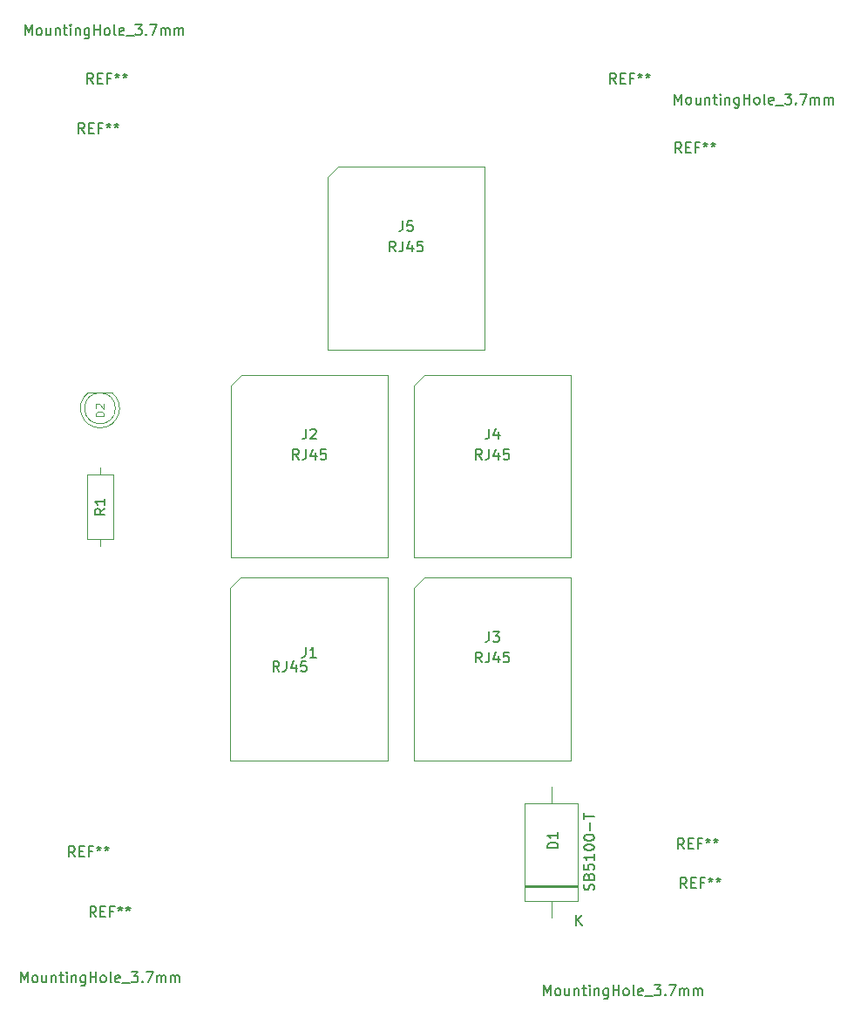
<source format=gbr>
G04 #@! TF.GenerationSoftware,KiCad,Pcbnew,(5.1.5)-3*
G04 #@! TF.CreationDate,2020-04-27T22:49:15-04:00*
G04 #@! TF.ProjectId,Pwr_Diff_Breakout,5077725f-4469-4666-965f-427265616b6f,v1*
G04 #@! TF.SameCoordinates,Original*
G04 #@! TF.FileFunction,Other,Fab,Top*
%FSLAX46Y46*%
G04 Gerber Fmt 4.6, Leading zero omitted, Abs format (unit mm)*
G04 Created by KiCad (PCBNEW (5.1.5)-3) date 2020-04-27 22:49:15*
%MOMM*%
%LPD*%
G04 APERTURE LIST*
%ADD10C,0.120000*%
%ADD11C,0.100000*%
%ADD12C,0.150000*%
G04 APERTURE END LIST*
D10*
X98124000Y-78069800D02*
X99124000Y-77069800D01*
X99124000Y-77069800D02*
X113424000Y-77069800D01*
X113424000Y-77069800D02*
X113424000Y-94809800D01*
X113424000Y-94809800D02*
X98124000Y-94809800D01*
X98124000Y-94809800D02*
X98124000Y-78069800D01*
X88726000Y-98262800D02*
X89726000Y-97262800D01*
X89726000Y-97262800D02*
X104026000Y-97262800D01*
X104026000Y-97262800D02*
X104026000Y-115002800D01*
X104026000Y-115002800D02*
X88726000Y-115002800D01*
X88726000Y-115002800D02*
X88726000Y-98262800D01*
X88696000Y-117947800D02*
X89696000Y-116947800D01*
X89696000Y-116947800D02*
X103996000Y-116947800D01*
X103996000Y-116947800D02*
X103996000Y-134687800D01*
X103996000Y-134687800D02*
X88696000Y-134687800D01*
X88696000Y-134687800D02*
X88696000Y-117947800D01*
X106506000Y-117947800D02*
X107506000Y-116947800D01*
X107506000Y-116947800D02*
X121806000Y-116947800D01*
X121806000Y-116947800D02*
X121806000Y-134687800D01*
X121806000Y-134687800D02*
X106506000Y-134687800D01*
X106506000Y-134687800D02*
X106506000Y-117947800D01*
X106506000Y-98262800D02*
X107506000Y-97262800D01*
X107506000Y-97262800D02*
X121806000Y-97262800D01*
X121806000Y-97262800D02*
X121806000Y-115002800D01*
X121806000Y-115002800D02*
X106506000Y-115002800D01*
X106506000Y-115002800D02*
X106506000Y-98262800D01*
D11*
X74863524Y-99002245D02*
G75*
G03X77195190Y-99002800I1165476J-1500555D01*
G01*
X77529000Y-100502800D02*
G75*
G03X77529000Y-100502800I-1500000J0D01*
G01*
X77195190Y-99002800D02*
X74862810Y-99002800D01*
X76049000Y-113882800D02*
X76049000Y-113222800D01*
X76049000Y-106262800D02*
X76049000Y-106922800D01*
X77299000Y-113222800D02*
X77299000Y-106922800D01*
X74799000Y-113222800D02*
X77299000Y-113222800D01*
X74799000Y-106922800D02*
X74799000Y-113222800D01*
X77299000Y-106922800D02*
X74799000Y-106922800D01*
X117271000Y-147002800D02*
X122471000Y-147002800D01*
X117271000Y-146802800D02*
X122471000Y-146802800D01*
X117271000Y-146902800D02*
X122471000Y-146902800D01*
X119871000Y-137227800D02*
X119871000Y-138827800D01*
X119871000Y-149927800D02*
X119871000Y-148327800D01*
X117271000Y-138827800D02*
X117271000Y-148327800D01*
X122471000Y-138827800D02*
X117271000Y-138827800D01*
X122471000Y-148327800D02*
X122471000Y-138827800D01*
X117271000Y-148327800D02*
X122471000Y-148327800D01*
D12*
X73579666Y-144030180D02*
X73246333Y-143553990D01*
X73008238Y-144030180D02*
X73008238Y-143030180D01*
X73389190Y-143030180D01*
X73484428Y-143077800D01*
X73532047Y-143125419D01*
X73579666Y-143220657D01*
X73579666Y-143363514D01*
X73532047Y-143458752D01*
X73484428Y-143506371D01*
X73389190Y-143553990D01*
X73008238Y-143553990D01*
X74008238Y-143506371D02*
X74341571Y-143506371D01*
X74484428Y-144030180D02*
X74008238Y-144030180D01*
X74008238Y-143030180D01*
X74484428Y-143030180D01*
X75246333Y-143506371D02*
X74913000Y-143506371D01*
X74913000Y-144030180D02*
X74913000Y-143030180D01*
X75389190Y-143030180D01*
X75913000Y-143030180D02*
X75913000Y-143268276D01*
X75674904Y-143173038D02*
X75913000Y-143268276D01*
X76151095Y-143173038D01*
X75770142Y-143458752D02*
X75913000Y-143268276D01*
X76055857Y-143458752D01*
X76674904Y-143030180D02*
X76674904Y-143268276D01*
X76436809Y-143173038D02*
X76674904Y-143268276D01*
X76913000Y-143173038D01*
X76532047Y-143458752D02*
X76674904Y-143268276D01*
X76817761Y-143458752D01*
X68365523Y-156222180D02*
X68365523Y-155222180D01*
X68698857Y-155936466D01*
X69032190Y-155222180D01*
X69032190Y-156222180D01*
X69651238Y-156222180D02*
X69556000Y-156174561D01*
X69508380Y-156126942D01*
X69460761Y-156031704D01*
X69460761Y-155745990D01*
X69508380Y-155650752D01*
X69556000Y-155603133D01*
X69651238Y-155555514D01*
X69794095Y-155555514D01*
X69889333Y-155603133D01*
X69936952Y-155650752D01*
X69984571Y-155745990D01*
X69984571Y-156031704D01*
X69936952Y-156126942D01*
X69889333Y-156174561D01*
X69794095Y-156222180D01*
X69651238Y-156222180D01*
X70841714Y-155555514D02*
X70841714Y-156222180D01*
X70413142Y-155555514D02*
X70413142Y-156079323D01*
X70460761Y-156174561D01*
X70556000Y-156222180D01*
X70698857Y-156222180D01*
X70794095Y-156174561D01*
X70841714Y-156126942D01*
X71317904Y-155555514D02*
X71317904Y-156222180D01*
X71317904Y-155650752D02*
X71365523Y-155603133D01*
X71460761Y-155555514D01*
X71603619Y-155555514D01*
X71698857Y-155603133D01*
X71746476Y-155698371D01*
X71746476Y-156222180D01*
X72079809Y-155555514D02*
X72460761Y-155555514D01*
X72222666Y-155222180D02*
X72222666Y-156079323D01*
X72270285Y-156174561D01*
X72365523Y-156222180D01*
X72460761Y-156222180D01*
X72794095Y-156222180D02*
X72794095Y-155555514D01*
X72794095Y-155222180D02*
X72746476Y-155269800D01*
X72794095Y-155317419D01*
X72841714Y-155269800D01*
X72794095Y-155222180D01*
X72794095Y-155317419D01*
X73270285Y-155555514D02*
X73270285Y-156222180D01*
X73270285Y-155650752D02*
X73317904Y-155603133D01*
X73413142Y-155555514D01*
X73556000Y-155555514D01*
X73651238Y-155603133D01*
X73698857Y-155698371D01*
X73698857Y-156222180D01*
X74603619Y-155555514D02*
X74603619Y-156365038D01*
X74556000Y-156460276D01*
X74508380Y-156507895D01*
X74413142Y-156555514D01*
X74270285Y-156555514D01*
X74175047Y-156507895D01*
X74603619Y-156174561D02*
X74508380Y-156222180D01*
X74317904Y-156222180D01*
X74222666Y-156174561D01*
X74175047Y-156126942D01*
X74127428Y-156031704D01*
X74127428Y-155745990D01*
X74175047Y-155650752D01*
X74222666Y-155603133D01*
X74317904Y-155555514D01*
X74508380Y-155555514D01*
X74603619Y-155603133D01*
X75079809Y-156222180D02*
X75079809Y-155222180D01*
X75079809Y-155698371D02*
X75651238Y-155698371D01*
X75651238Y-156222180D02*
X75651238Y-155222180D01*
X76270285Y-156222180D02*
X76175047Y-156174561D01*
X76127428Y-156126942D01*
X76079809Y-156031704D01*
X76079809Y-155745990D01*
X76127428Y-155650752D01*
X76175047Y-155603133D01*
X76270285Y-155555514D01*
X76413142Y-155555514D01*
X76508380Y-155603133D01*
X76556000Y-155650752D01*
X76603619Y-155745990D01*
X76603619Y-156031704D01*
X76556000Y-156126942D01*
X76508380Y-156174561D01*
X76413142Y-156222180D01*
X76270285Y-156222180D01*
X77175047Y-156222180D02*
X77079809Y-156174561D01*
X77032190Y-156079323D01*
X77032190Y-155222180D01*
X77936952Y-156174561D02*
X77841714Y-156222180D01*
X77651238Y-156222180D01*
X77556000Y-156174561D01*
X77508380Y-156079323D01*
X77508380Y-155698371D01*
X77556000Y-155603133D01*
X77651238Y-155555514D01*
X77841714Y-155555514D01*
X77936952Y-155603133D01*
X77984571Y-155698371D01*
X77984571Y-155793609D01*
X77508380Y-155888847D01*
X78175047Y-156317419D02*
X78936952Y-156317419D01*
X79079809Y-155222180D02*
X79698857Y-155222180D01*
X79365523Y-155603133D01*
X79508380Y-155603133D01*
X79603619Y-155650752D01*
X79651238Y-155698371D01*
X79698857Y-155793609D01*
X79698857Y-156031704D01*
X79651238Y-156126942D01*
X79603619Y-156174561D01*
X79508380Y-156222180D01*
X79222666Y-156222180D01*
X79127428Y-156174561D01*
X79079809Y-156126942D01*
X80127428Y-156126942D02*
X80175047Y-156174561D01*
X80127428Y-156222180D01*
X80079809Y-156174561D01*
X80127428Y-156126942D01*
X80127428Y-156222180D01*
X80508380Y-155222180D02*
X81175047Y-155222180D01*
X80746476Y-156222180D01*
X81555999Y-156222180D02*
X81555999Y-155555514D01*
X81555999Y-155650752D02*
X81603619Y-155603133D01*
X81698857Y-155555514D01*
X81841714Y-155555514D01*
X81936952Y-155603133D01*
X81984571Y-155698371D01*
X81984571Y-156222180D01*
X81984571Y-155698371D02*
X82032190Y-155603133D01*
X82127428Y-155555514D01*
X82270285Y-155555514D01*
X82365523Y-155603133D01*
X82413142Y-155698371D01*
X82413142Y-156222180D01*
X82889333Y-156222180D02*
X82889333Y-155555514D01*
X82889333Y-155650752D02*
X82936952Y-155603133D01*
X83032190Y-155555514D01*
X83175047Y-155555514D01*
X83270285Y-155603133D01*
X83317904Y-155698371D01*
X83317904Y-156222180D01*
X83317904Y-155698371D02*
X83365523Y-155603133D01*
X83460761Y-155555514D01*
X83603619Y-155555514D01*
X83698857Y-155603133D01*
X83746476Y-155698371D01*
X83746476Y-156222180D01*
X75657666Y-149872180D02*
X75324333Y-149395990D01*
X75086238Y-149872180D02*
X75086238Y-148872180D01*
X75467190Y-148872180D01*
X75562428Y-148919800D01*
X75610047Y-148967419D01*
X75657666Y-149062657D01*
X75657666Y-149205514D01*
X75610047Y-149300752D01*
X75562428Y-149348371D01*
X75467190Y-149395990D01*
X75086238Y-149395990D01*
X76086238Y-149348371D02*
X76419571Y-149348371D01*
X76562428Y-149872180D02*
X76086238Y-149872180D01*
X76086238Y-148872180D01*
X76562428Y-148872180D01*
X77324333Y-149348371D02*
X76991000Y-149348371D01*
X76991000Y-149872180D02*
X76991000Y-148872180D01*
X77467190Y-148872180D01*
X77991000Y-148872180D02*
X77991000Y-149110276D01*
X77752904Y-149015038D02*
X77991000Y-149110276D01*
X78229095Y-149015038D01*
X77848142Y-149300752D02*
X77991000Y-149110276D01*
X78133857Y-149300752D01*
X78752904Y-148872180D02*
X78752904Y-149110276D01*
X78514809Y-149015038D02*
X78752904Y-149110276D01*
X78991000Y-149015038D01*
X78610047Y-149300752D02*
X78752904Y-149110276D01*
X78895761Y-149300752D01*
X104750190Y-85292180D02*
X104416857Y-84815990D01*
X104178761Y-85292180D02*
X104178761Y-84292180D01*
X104559714Y-84292180D01*
X104654952Y-84339800D01*
X104702571Y-84387419D01*
X104750190Y-84482657D01*
X104750190Y-84625514D01*
X104702571Y-84720752D01*
X104654952Y-84768371D01*
X104559714Y-84815990D01*
X104178761Y-84815990D01*
X105464476Y-84292180D02*
X105464476Y-85006466D01*
X105416857Y-85149323D01*
X105321619Y-85244561D01*
X105178761Y-85292180D01*
X105083523Y-85292180D01*
X106369238Y-84625514D02*
X106369238Y-85292180D01*
X106131142Y-84244561D02*
X105893047Y-84958847D01*
X106512095Y-84958847D01*
X107369238Y-84292180D02*
X106893047Y-84292180D01*
X106845428Y-84768371D01*
X106893047Y-84720752D01*
X106988285Y-84673133D01*
X107226380Y-84673133D01*
X107321619Y-84720752D01*
X107369238Y-84768371D01*
X107416857Y-84863609D01*
X107416857Y-85101704D01*
X107369238Y-85196942D01*
X107321619Y-85244561D01*
X107226380Y-85292180D01*
X106988285Y-85292180D01*
X106893047Y-85244561D01*
X106845428Y-85196942D01*
X105440666Y-82292180D02*
X105440666Y-83006466D01*
X105393047Y-83149323D01*
X105297809Y-83244561D01*
X105154952Y-83292180D01*
X105059714Y-83292180D01*
X106393047Y-82292180D02*
X105916857Y-82292180D01*
X105869238Y-82768371D01*
X105916857Y-82720752D01*
X106012095Y-82673133D01*
X106250190Y-82673133D01*
X106345428Y-82720752D01*
X106393047Y-82768371D01*
X106440666Y-82863609D01*
X106440666Y-83101704D01*
X106393047Y-83196942D01*
X106345428Y-83244561D01*
X106250190Y-83292180D01*
X106012095Y-83292180D01*
X105916857Y-83244561D01*
X105869238Y-83196942D01*
X95352190Y-105485180D02*
X95018857Y-105008990D01*
X94780761Y-105485180D02*
X94780761Y-104485180D01*
X95161714Y-104485180D01*
X95256952Y-104532800D01*
X95304571Y-104580419D01*
X95352190Y-104675657D01*
X95352190Y-104818514D01*
X95304571Y-104913752D01*
X95256952Y-104961371D01*
X95161714Y-105008990D01*
X94780761Y-105008990D01*
X96066476Y-104485180D02*
X96066476Y-105199466D01*
X96018857Y-105342323D01*
X95923619Y-105437561D01*
X95780761Y-105485180D01*
X95685523Y-105485180D01*
X96971238Y-104818514D02*
X96971238Y-105485180D01*
X96733142Y-104437561D02*
X96495047Y-105151847D01*
X97114095Y-105151847D01*
X97971238Y-104485180D02*
X97495047Y-104485180D01*
X97447428Y-104961371D01*
X97495047Y-104913752D01*
X97590285Y-104866133D01*
X97828380Y-104866133D01*
X97923619Y-104913752D01*
X97971238Y-104961371D01*
X98018857Y-105056609D01*
X98018857Y-105294704D01*
X97971238Y-105389942D01*
X97923619Y-105437561D01*
X97828380Y-105485180D01*
X97590285Y-105485180D01*
X97495047Y-105437561D01*
X97447428Y-105389942D01*
X96042666Y-102485180D02*
X96042666Y-103199466D01*
X95995047Y-103342323D01*
X95899809Y-103437561D01*
X95756952Y-103485180D01*
X95661714Y-103485180D01*
X96471238Y-102580419D02*
X96518857Y-102532800D01*
X96614095Y-102485180D01*
X96852190Y-102485180D01*
X96947428Y-102532800D01*
X96995047Y-102580419D01*
X97042666Y-102675657D01*
X97042666Y-102770895D01*
X96995047Y-102913752D01*
X96423619Y-103485180D01*
X97042666Y-103485180D01*
X93447190Y-126050180D02*
X93113857Y-125573990D01*
X92875761Y-126050180D02*
X92875761Y-125050180D01*
X93256714Y-125050180D01*
X93351952Y-125097800D01*
X93399571Y-125145419D01*
X93447190Y-125240657D01*
X93447190Y-125383514D01*
X93399571Y-125478752D01*
X93351952Y-125526371D01*
X93256714Y-125573990D01*
X92875761Y-125573990D01*
X94161476Y-125050180D02*
X94161476Y-125764466D01*
X94113857Y-125907323D01*
X94018619Y-126002561D01*
X93875761Y-126050180D01*
X93780523Y-126050180D01*
X95066238Y-125383514D02*
X95066238Y-126050180D01*
X94828142Y-125002561D02*
X94590047Y-125716847D01*
X95209095Y-125716847D01*
X96066238Y-125050180D02*
X95590047Y-125050180D01*
X95542428Y-125526371D01*
X95590047Y-125478752D01*
X95685285Y-125431133D01*
X95923380Y-125431133D01*
X96018619Y-125478752D01*
X96066238Y-125526371D01*
X96113857Y-125621609D01*
X96113857Y-125859704D01*
X96066238Y-125954942D01*
X96018619Y-126002561D01*
X95923380Y-126050180D01*
X95685285Y-126050180D01*
X95590047Y-126002561D01*
X95542428Y-125954942D01*
X96012666Y-123670180D02*
X96012666Y-124384466D01*
X95965047Y-124527323D01*
X95869809Y-124622561D01*
X95726952Y-124670180D01*
X95631714Y-124670180D01*
X97012666Y-124670180D02*
X96441238Y-124670180D01*
X96726952Y-124670180D02*
X96726952Y-123670180D01*
X96631714Y-123813038D01*
X96536476Y-123908276D01*
X96441238Y-123955895D01*
X126157666Y-68972180D02*
X125824333Y-68495990D01*
X125586238Y-68972180D02*
X125586238Y-67972180D01*
X125967190Y-67972180D01*
X126062428Y-68019800D01*
X126110047Y-68067419D01*
X126157666Y-68162657D01*
X126157666Y-68305514D01*
X126110047Y-68400752D01*
X126062428Y-68448371D01*
X125967190Y-68495990D01*
X125586238Y-68495990D01*
X126586238Y-68448371D02*
X126919571Y-68448371D01*
X127062428Y-68972180D02*
X126586238Y-68972180D01*
X126586238Y-67972180D01*
X127062428Y-67972180D01*
X127824333Y-68448371D02*
X127491000Y-68448371D01*
X127491000Y-68972180D02*
X127491000Y-67972180D01*
X127967190Y-67972180D01*
X128491000Y-67972180D02*
X128491000Y-68210276D01*
X128252904Y-68115038D02*
X128491000Y-68210276D01*
X128729095Y-68115038D01*
X128348142Y-68400752D02*
X128491000Y-68210276D01*
X128633857Y-68400752D01*
X129252904Y-67972180D02*
X129252904Y-68210276D01*
X129014809Y-68115038D02*
X129252904Y-68210276D01*
X129491000Y-68115038D01*
X129110047Y-68400752D02*
X129252904Y-68210276D01*
X129395761Y-68400752D01*
X131875523Y-70997180D02*
X131875523Y-69997180D01*
X132208857Y-70711466D01*
X132542190Y-69997180D01*
X132542190Y-70997180D01*
X133161238Y-70997180D02*
X133066000Y-70949561D01*
X133018380Y-70901942D01*
X132970761Y-70806704D01*
X132970761Y-70520990D01*
X133018380Y-70425752D01*
X133066000Y-70378133D01*
X133161238Y-70330514D01*
X133304095Y-70330514D01*
X133399333Y-70378133D01*
X133446952Y-70425752D01*
X133494571Y-70520990D01*
X133494571Y-70806704D01*
X133446952Y-70901942D01*
X133399333Y-70949561D01*
X133304095Y-70997180D01*
X133161238Y-70997180D01*
X134351714Y-70330514D02*
X134351714Y-70997180D01*
X133923142Y-70330514D02*
X133923142Y-70854323D01*
X133970761Y-70949561D01*
X134066000Y-70997180D01*
X134208857Y-70997180D01*
X134304095Y-70949561D01*
X134351714Y-70901942D01*
X134827904Y-70330514D02*
X134827904Y-70997180D01*
X134827904Y-70425752D02*
X134875523Y-70378133D01*
X134970761Y-70330514D01*
X135113619Y-70330514D01*
X135208857Y-70378133D01*
X135256476Y-70473371D01*
X135256476Y-70997180D01*
X135589809Y-70330514D02*
X135970761Y-70330514D01*
X135732666Y-69997180D02*
X135732666Y-70854323D01*
X135780285Y-70949561D01*
X135875523Y-70997180D01*
X135970761Y-70997180D01*
X136304095Y-70997180D02*
X136304095Y-70330514D01*
X136304095Y-69997180D02*
X136256476Y-70044800D01*
X136304095Y-70092419D01*
X136351714Y-70044800D01*
X136304095Y-69997180D01*
X136304095Y-70092419D01*
X136780285Y-70330514D02*
X136780285Y-70997180D01*
X136780285Y-70425752D02*
X136827904Y-70378133D01*
X136923142Y-70330514D01*
X137066000Y-70330514D01*
X137161238Y-70378133D01*
X137208857Y-70473371D01*
X137208857Y-70997180D01*
X138113619Y-70330514D02*
X138113619Y-71140038D01*
X138066000Y-71235276D01*
X138018380Y-71282895D01*
X137923142Y-71330514D01*
X137780285Y-71330514D01*
X137685047Y-71282895D01*
X138113619Y-70949561D02*
X138018380Y-70997180D01*
X137827904Y-70997180D01*
X137732666Y-70949561D01*
X137685047Y-70901942D01*
X137637428Y-70806704D01*
X137637428Y-70520990D01*
X137685047Y-70425752D01*
X137732666Y-70378133D01*
X137827904Y-70330514D01*
X138018380Y-70330514D01*
X138113619Y-70378133D01*
X138589809Y-70997180D02*
X138589809Y-69997180D01*
X138589809Y-70473371D02*
X139161238Y-70473371D01*
X139161238Y-70997180D02*
X139161238Y-69997180D01*
X139780285Y-70997180D02*
X139685047Y-70949561D01*
X139637428Y-70901942D01*
X139589809Y-70806704D01*
X139589809Y-70520990D01*
X139637428Y-70425752D01*
X139685047Y-70378133D01*
X139780285Y-70330514D01*
X139923142Y-70330514D01*
X140018380Y-70378133D01*
X140066000Y-70425752D01*
X140113619Y-70520990D01*
X140113619Y-70806704D01*
X140066000Y-70901942D01*
X140018380Y-70949561D01*
X139923142Y-70997180D01*
X139780285Y-70997180D01*
X140685047Y-70997180D02*
X140589809Y-70949561D01*
X140542190Y-70854323D01*
X140542190Y-69997180D01*
X141446952Y-70949561D02*
X141351714Y-70997180D01*
X141161238Y-70997180D01*
X141066000Y-70949561D01*
X141018380Y-70854323D01*
X141018380Y-70473371D01*
X141066000Y-70378133D01*
X141161238Y-70330514D01*
X141351714Y-70330514D01*
X141446952Y-70378133D01*
X141494571Y-70473371D01*
X141494571Y-70568609D01*
X141018380Y-70663847D01*
X141685047Y-71092419D02*
X142446952Y-71092419D01*
X142589809Y-69997180D02*
X143208857Y-69997180D01*
X142875523Y-70378133D01*
X143018380Y-70378133D01*
X143113619Y-70425752D01*
X143161238Y-70473371D01*
X143208857Y-70568609D01*
X143208857Y-70806704D01*
X143161238Y-70901942D01*
X143113619Y-70949561D01*
X143018380Y-70997180D01*
X142732666Y-70997180D01*
X142637428Y-70949561D01*
X142589809Y-70901942D01*
X143637428Y-70901942D02*
X143685047Y-70949561D01*
X143637428Y-70997180D01*
X143589809Y-70949561D01*
X143637428Y-70901942D01*
X143637428Y-70997180D01*
X144018380Y-69997180D02*
X144685047Y-69997180D01*
X144256476Y-70997180D01*
X145066000Y-70997180D02*
X145066000Y-70330514D01*
X145066000Y-70425752D02*
X145113619Y-70378133D01*
X145208857Y-70330514D01*
X145351714Y-70330514D01*
X145446952Y-70378133D01*
X145494571Y-70473371D01*
X145494571Y-70997180D01*
X145494571Y-70473371D02*
X145542190Y-70378133D01*
X145637428Y-70330514D01*
X145780285Y-70330514D01*
X145875523Y-70378133D01*
X145923142Y-70473371D01*
X145923142Y-70997180D01*
X146399333Y-70997180D02*
X146399333Y-70330514D01*
X146399333Y-70425752D02*
X146446952Y-70378133D01*
X146542190Y-70330514D01*
X146685047Y-70330514D01*
X146780285Y-70378133D01*
X146827904Y-70473371D01*
X146827904Y-70997180D01*
X146827904Y-70473371D02*
X146875523Y-70378133D01*
X146970761Y-70330514D01*
X147113619Y-70330514D01*
X147208857Y-70378133D01*
X147256476Y-70473371D01*
X147256476Y-70997180D01*
X132507666Y-75704180D02*
X132174333Y-75227990D01*
X131936238Y-75704180D02*
X131936238Y-74704180D01*
X132317190Y-74704180D01*
X132412428Y-74751800D01*
X132460047Y-74799419D01*
X132507666Y-74894657D01*
X132507666Y-75037514D01*
X132460047Y-75132752D01*
X132412428Y-75180371D01*
X132317190Y-75227990D01*
X131936238Y-75227990D01*
X132936238Y-75180371D02*
X133269571Y-75180371D01*
X133412428Y-75704180D02*
X132936238Y-75704180D01*
X132936238Y-74704180D01*
X133412428Y-74704180D01*
X134174333Y-75180371D02*
X133841000Y-75180371D01*
X133841000Y-75704180D02*
X133841000Y-74704180D01*
X134317190Y-74704180D01*
X134841000Y-74704180D02*
X134841000Y-74942276D01*
X134602904Y-74847038D02*
X134841000Y-74942276D01*
X135079095Y-74847038D01*
X134698142Y-75132752D02*
X134841000Y-74942276D01*
X134983857Y-75132752D01*
X135602904Y-74704180D02*
X135602904Y-74942276D01*
X135364809Y-74847038D02*
X135602904Y-74942276D01*
X135841000Y-74847038D01*
X135460047Y-75132752D02*
X135602904Y-74942276D01*
X135745761Y-75132752D01*
X113132190Y-125170180D02*
X112798857Y-124693990D01*
X112560761Y-125170180D02*
X112560761Y-124170180D01*
X112941714Y-124170180D01*
X113036952Y-124217800D01*
X113084571Y-124265419D01*
X113132190Y-124360657D01*
X113132190Y-124503514D01*
X113084571Y-124598752D01*
X113036952Y-124646371D01*
X112941714Y-124693990D01*
X112560761Y-124693990D01*
X113846476Y-124170180D02*
X113846476Y-124884466D01*
X113798857Y-125027323D01*
X113703619Y-125122561D01*
X113560761Y-125170180D01*
X113465523Y-125170180D01*
X114751238Y-124503514D02*
X114751238Y-125170180D01*
X114513142Y-124122561D02*
X114275047Y-124836847D01*
X114894095Y-124836847D01*
X115751238Y-124170180D02*
X115275047Y-124170180D01*
X115227428Y-124646371D01*
X115275047Y-124598752D01*
X115370285Y-124551133D01*
X115608380Y-124551133D01*
X115703619Y-124598752D01*
X115751238Y-124646371D01*
X115798857Y-124741609D01*
X115798857Y-124979704D01*
X115751238Y-125074942D01*
X115703619Y-125122561D01*
X115608380Y-125170180D01*
X115370285Y-125170180D01*
X115275047Y-125122561D01*
X115227428Y-125074942D01*
X113822666Y-122170180D02*
X113822666Y-122884466D01*
X113775047Y-123027323D01*
X113679809Y-123122561D01*
X113536952Y-123170180D01*
X113441714Y-123170180D01*
X114203619Y-122170180D02*
X114822666Y-122170180D01*
X114489333Y-122551133D01*
X114632190Y-122551133D01*
X114727428Y-122598752D01*
X114775047Y-122646371D01*
X114822666Y-122741609D01*
X114822666Y-122979704D01*
X114775047Y-123074942D01*
X114727428Y-123122561D01*
X114632190Y-123170180D01*
X114346476Y-123170180D01*
X114251238Y-123122561D01*
X114203619Y-123074942D01*
X113132190Y-105485180D02*
X112798857Y-105008990D01*
X112560761Y-105485180D02*
X112560761Y-104485180D01*
X112941714Y-104485180D01*
X113036952Y-104532800D01*
X113084571Y-104580419D01*
X113132190Y-104675657D01*
X113132190Y-104818514D01*
X113084571Y-104913752D01*
X113036952Y-104961371D01*
X112941714Y-105008990D01*
X112560761Y-105008990D01*
X113846476Y-104485180D02*
X113846476Y-105199466D01*
X113798857Y-105342323D01*
X113703619Y-105437561D01*
X113560761Y-105485180D01*
X113465523Y-105485180D01*
X114751238Y-104818514D02*
X114751238Y-105485180D01*
X114513142Y-104437561D02*
X114275047Y-105151847D01*
X114894095Y-105151847D01*
X115751238Y-104485180D02*
X115275047Y-104485180D01*
X115227428Y-104961371D01*
X115275047Y-104913752D01*
X115370285Y-104866133D01*
X115608380Y-104866133D01*
X115703619Y-104913752D01*
X115751238Y-104961371D01*
X115798857Y-105056609D01*
X115798857Y-105294704D01*
X115751238Y-105389942D01*
X115703619Y-105437561D01*
X115608380Y-105485180D01*
X115370285Y-105485180D01*
X115275047Y-105437561D01*
X115227428Y-105389942D01*
X113822666Y-102485180D02*
X113822666Y-103199466D01*
X113775047Y-103342323D01*
X113679809Y-103437561D01*
X113536952Y-103485180D01*
X113441714Y-103485180D01*
X114727428Y-102818514D02*
X114727428Y-103485180D01*
X114489333Y-102437561D02*
X114251238Y-103151847D01*
X114870285Y-103151847D01*
X75357666Y-68972180D02*
X75024333Y-68495990D01*
X74786238Y-68972180D02*
X74786238Y-67972180D01*
X75167190Y-67972180D01*
X75262428Y-68019800D01*
X75310047Y-68067419D01*
X75357666Y-68162657D01*
X75357666Y-68305514D01*
X75310047Y-68400752D01*
X75262428Y-68448371D01*
X75167190Y-68495990D01*
X74786238Y-68495990D01*
X75786238Y-68448371D02*
X76119571Y-68448371D01*
X76262428Y-68972180D02*
X75786238Y-68972180D01*
X75786238Y-67972180D01*
X76262428Y-67972180D01*
X77024333Y-68448371D02*
X76691000Y-68448371D01*
X76691000Y-68972180D02*
X76691000Y-67972180D01*
X77167190Y-67972180D01*
X77691000Y-67972180D02*
X77691000Y-68210276D01*
X77452904Y-68115038D02*
X77691000Y-68210276D01*
X77929095Y-68115038D01*
X77548142Y-68400752D02*
X77691000Y-68210276D01*
X77833857Y-68400752D01*
X78452904Y-67972180D02*
X78452904Y-68210276D01*
X78214809Y-68115038D02*
X78452904Y-68210276D01*
X78691000Y-68115038D01*
X78310047Y-68400752D02*
X78452904Y-68210276D01*
X78595761Y-68400752D01*
X68746523Y-64274180D02*
X68746523Y-63274180D01*
X69079857Y-63988466D01*
X69413190Y-63274180D01*
X69413190Y-64274180D01*
X70032238Y-64274180D02*
X69937000Y-64226561D01*
X69889380Y-64178942D01*
X69841761Y-64083704D01*
X69841761Y-63797990D01*
X69889380Y-63702752D01*
X69937000Y-63655133D01*
X70032238Y-63607514D01*
X70175095Y-63607514D01*
X70270333Y-63655133D01*
X70317952Y-63702752D01*
X70365571Y-63797990D01*
X70365571Y-64083704D01*
X70317952Y-64178942D01*
X70270333Y-64226561D01*
X70175095Y-64274180D01*
X70032238Y-64274180D01*
X71222714Y-63607514D02*
X71222714Y-64274180D01*
X70794142Y-63607514D02*
X70794142Y-64131323D01*
X70841761Y-64226561D01*
X70937000Y-64274180D01*
X71079857Y-64274180D01*
X71175095Y-64226561D01*
X71222714Y-64178942D01*
X71698904Y-63607514D02*
X71698904Y-64274180D01*
X71698904Y-63702752D02*
X71746523Y-63655133D01*
X71841761Y-63607514D01*
X71984619Y-63607514D01*
X72079857Y-63655133D01*
X72127476Y-63750371D01*
X72127476Y-64274180D01*
X72460809Y-63607514D02*
X72841761Y-63607514D01*
X72603666Y-63274180D02*
X72603666Y-64131323D01*
X72651285Y-64226561D01*
X72746523Y-64274180D01*
X72841761Y-64274180D01*
X73175095Y-64274180D02*
X73175095Y-63607514D01*
X73175095Y-63274180D02*
X73127476Y-63321800D01*
X73175095Y-63369419D01*
X73222714Y-63321800D01*
X73175095Y-63274180D01*
X73175095Y-63369419D01*
X73651285Y-63607514D02*
X73651285Y-64274180D01*
X73651285Y-63702752D02*
X73698904Y-63655133D01*
X73794142Y-63607514D01*
X73937000Y-63607514D01*
X74032238Y-63655133D01*
X74079857Y-63750371D01*
X74079857Y-64274180D01*
X74984619Y-63607514D02*
X74984619Y-64417038D01*
X74937000Y-64512276D01*
X74889380Y-64559895D01*
X74794142Y-64607514D01*
X74651285Y-64607514D01*
X74556047Y-64559895D01*
X74984619Y-64226561D02*
X74889380Y-64274180D01*
X74698904Y-64274180D01*
X74603666Y-64226561D01*
X74556047Y-64178942D01*
X74508428Y-64083704D01*
X74508428Y-63797990D01*
X74556047Y-63702752D01*
X74603666Y-63655133D01*
X74698904Y-63607514D01*
X74889380Y-63607514D01*
X74984619Y-63655133D01*
X75460809Y-64274180D02*
X75460809Y-63274180D01*
X75460809Y-63750371D02*
X76032238Y-63750371D01*
X76032238Y-64274180D02*
X76032238Y-63274180D01*
X76651285Y-64274180D02*
X76556047Y-64226561D01*
X76508428Y-64178942D01*
X76460809Y-64083704D01*
X76460809Y-63797990D01*
X76508428Y-63702752D01*
X76556047Y-63655133D01*
X76651285Y-63607514D01*
X76794142Y-63607514D01*
X76889380Y-63655133D01*
X76937000Y-63702752D01*
X76984619Y-63797990D01*
X76984619Y-64083704D01*
X76937000Y-64178942D01*
X76889380Y-64226561D01*
X76794142Y-64274180D01*
X76651285Y-64274180D01*
X77556047Y-64274180D02*
X77460809Y-64226561D01*
X77413190Y-64131323D01*
X77413190Y-63274180D01*
X78317952Y-64226561D02*
X78222714Y-64274180D01*
X78032238Y-64274180D01*
X77937000Y-64226561D01*
X77889380Y-64131323D01*
X77889380Y-63750371D01*
X77937000Y-63655133D01*
X78032238Y-63607514D01*
X78222714Y-63607514D01*
X78317952Y-63655133D01*
X78365571Y-63750371D01*
X78365571Y-63845609D01*
X77889380Y-63940847D01*
X78556047Y-64369419D02*
X79317952Y-64369419D01*
X79460809Y-63274180D02*
X80079857Y-63274180D01*
X79746523Y-63655133D01*
X79889380Y-63655133D01*
X79984619Y-63702752D01*
X80032238Y-63750371D01*
X80079857Y-63845609D01*
X80079857Y-64083704D01*
X80032238Y-64178942D01*
X79984619Y-64226561D01*
X79889380Y-64274180D01*
X79603666Y-64274180D01*
X79508428Y-64226561D01*
X79460809Y-64178942D01*
X80508428Y-64178942D02*
X80556047Y-64226561D01*
X80508428Y-64274180D01*
X80460809Y-64226561D01*
X80508428Y-64178942D01*
X80508428Y-64274180D01*
X80889380Y-63274180D02*
X81556047Y-63274180D01*
X81127476Y-64274180D01*
X81936999Y-64274180D02*
X81936999Y-63607514D01*
X81936999Y-63702752D02*
X81984619Y-63655133D01*
X82079857Y-63607514D01*
X82222714Y-63607514D01*
X82317952Y-63655133D01*
X82365571Y-63750371D01*
X82365571Y-64274180D01*
X82365571Y-63750371D02*
X82413190Y-63655133D01*
X82508428Y-63607514D01*
X82651285Y-63607514D01*
X82746523Y-63655133D01*
X82794142Y-63750371D01*
X82794142Y-64274180D01*
X83270333Y-64274180D02*
X83270333Y-63607514D01*
X83270333Y-63702752D02*
X83317952Y-63655133D01*
X83413190Y-63607514D01*
X83556047Y-63607514D01*
X83651285Y-63655133D01*
X83698904Y-63750371D01*
X83698904Y-64274180D01*
X83698904Y-63750371D02*
X83746523Y-63655133D01*
X83841761Y-63607514D01*
X83984619Y-63607514D01*
X84079857Y-63655133D01*
X84127476Y-63750371D01*
X84127476Y-64274180D01*
X74527666Y-73820180D02*
X74194333Y-73343990D01*
X73956238Y-73820180D02*
X73956238Y-72820180D01*
X74337190Y-72820180D01*
X74432428Y-72867800D01*
X74480047Y-72915419D01*
X74527666Y-73010657D01*
X74527666Y-73153514D01*
X74480047Y-73248752D01*
X74432428Y-73296371D01*
X74337190Y-73343990D01*
X73956238Y-73343990D01*
X74956238Y-73296371D02*
X75289571Y-73296371D01*
X75432428Y-73820180D02*
X74956238Y-73820180D01*
X74956238Y-72820180D01*
X75432428Y-72820180D01*
X76194333Y-73296371D02*
X75861000Y-73296371D01*
X75861000Y-73820180D02*
X75861000Y-72820180D01*
X76337190Y-72820180D01*
X76861000Y-72820180D02*
X76861000Y-73058276D01*
X76622904Y-72963038D02*
X76861000Y-73058276D01*
X77099095Y-72963038D01*
X76718142Y-73248752D02*
X76861000Y-73058276D01*
X77003857Y-73248752D01*
X77622904Y-72820180D02*
X77622904Y-73058276D01*
X77384809Y-72963038D02*
X77622904Y-73058276D01*
X77861000Y-72963038D01*
X77480047Y-73248752D02*
X77622904Y-73058276D01*
X77765761Y-73248752D01*
X133015666Y-147078180D02*
X132682333Y-146601990D01*
X132444238Y-147078180D02*
X132444238Y-146078180D01*
X132825190Y-146078180D01*
X132920428Y-146125800D01*
X132968047Y-146173419D01*
X133015666Y-146268657D01*
X133015666Y-146411514D01*
X132968047Y-146506752D01*
X132920428Y-146554371D01*
X132825190Y-146601990D01*
X132444238Y-146601990D01*
X133444238Y-146554371D02*
X133777571Y-146554371D01*
X133920428Y-147078180D02*
X133444238Y-147078180D01*
X133444238Y-146078180D01*
X133920428Y-146078180D01*
X134682333Y-146554371D02*
X134349000Y-146554371D01*
X134349000Y-147078180D02*
X134349000Y-146078180D01*
X134825190Y-146078180D01*
X135349000Y-146078180D02*
X135349000Y-146316276D01*
X135110904Y-146221038D02*
X135349000Y-146316276D01*
X135587095Y-146221038D01*
X135206142Y-146506752D02*
X135349000Y-146316276D01*
X135491857Y-146506752D01*
X136110904Y-146078180D02*
X136110904Y-146316276D01*
X135872809Y-146221038D02*
X136110904Y-146316276D01*
X136349000Y-146221038D01*
X135968047Y-146506752D02*
X136110904Y-146316276D01*
X136253761Y-146506752D01*
X119165523Y-157492180D02*
X119165523Y-156492180D01*
X119498857Y-157206466D01*
X119832190Y-156492180D01*
X119832190Y-157492180D01*
X120451238Y-157492180D02*
X120356000Y-157444561D01*
X120308380Y-157396942D01*
X120260761Y-157301704D01*
X120260761Y-157015990D01*
X120308380Y-156920752D01*
X120356000Y-156873133D01*
X120451238Y-156825514D01*
X120594095Y-156825514D01*
X120689333Y-156873133D01*
X120736952Y-156920752D01*
X120784571Y-157015990D01*
X120784571Y-157301704D01*
X120736952Y-157396942D01*
X120689333Y-157444561D01*
X120594095Y-157492180D01*
X120451238Y-157492180D01*
X121641714Y-156825514D02*
X121641714Y-157492180D01*
X121213142Y-156825514D02*
X121213142Y-157349323D01*
X121260761Y-157444561D01*
X121356000Y-157492180D01*
X121498857Y-157492180D01*
X121594095Y-157444561D01*
X121641714Y-157396942D01*
X122117904Y-156825514D02*
X122117904Y-157492180D01*
X122117904Y-156920752D02*
X122165523Y-156873133D01*
X122260761Y-156825514D01*
X122403619Y-156825514D01*
X122498857Y-156873133D01*
X122546476Y-156968371D01*
X122546476Y-157492180D01*
X122879809Y-156825514D02*
X123260761Y-156825514D01*
X123022666Y-156492180D02*
X123022666Y-157349323D01*
X123070285Y-157444561D01*
X123165523Y-157492180D01*
X123260761Y-157492180D01*
X123594095Y-157492180D02*
X123594095Y-156825514D01*
X123594095Y-156492180D02*
X123546476Y-156539800D01*
X123594095Y-156587419D01*
X123641714Y-156539800D01*
X123594095Y-156492180D01*
X123594095Y-156587419D01*
X124070285Y-156825514D02*
X124070285Y-157492180D01*
X124070285Y-156920752D02*
X124117904Y-156873133D01*
X124213142Y-156825514D01*
X124356000Y-156825514D01*
X124451238Y-156873133D01*
X124498857Y-156968371D01*
X124498857Y-157492180D01*
X125403619Y-156825514D02*
X125403619Y-157635038D01*
X125356000Y-157730276D01*
X125308380Y-157777895D01*
X125213142Y-157825514D01*
X125070285Y-157825514D01*
X124975047Y-157777895D01*
X125403619Y-157444561D02*
X125308380Y-157492180D01*
X125117904Y-157492180D01*
X125022666Y-157444561D01*
X124975047Y-157396942D01*
X124927428Y-157301704D01*
X124927428Y-157015990D01*
X124975047Y-156920752D01*
X125022666Y-156873133D01*
X125117904Y-156825514D01*
X125308380Y-156825514D01*
X125403619Y-156873133D01*
X125879809Y-157492180D02*
X125879809Y-156492180D01*
X125879809Y-156968371D02*
X126451238Y-156968371D01*
X126451238Y-157492180D02*
X126451238Y-156492180D01*
X127070285Y-157492180D02*
X126975047Y-157444561D01*
X126927428Y-157396942D01*
X126879809Y-157301704D01*
X126879809Y-157015990D01*
X126927428Y-156920752D01*
X126975047Y-156873133D01*
X127070285Y-156825514D01*
X127213142Y-156825514D01*
X127308380Y-156873133D01*
X127356000Y-156920752D01*
X127403619Y-157015990D01*
X127403619Y-157301704D01*
X127356000Y-157396942D01*
X127308380Y-157444561D01*
X127213142Y-157492180D01*
X127070285Y-157492180D01*
X127975047Y-157492180D02*
X127879809Y-157444561D01*
X127832190Y-157349323D01*
X127832190Y-156492180D01*
X128736952Y-157444561D02*
X128641714Y-157492180D01*
X128451238Y-157492180D01*
X128356000Y-157444561D01*
X128308380Y-157349323D01*
X128308380Y-156968371D01*
X128356000Y-156873133D01*
X128451238Y-156825514D01*
X128641714Y-156825514D01*
X128736952Y-156873133D01*
X128784571Y-156968371D01*
X128784571Y-157063609D01*
X128308380Y-157158847D01*
X128975047Y-157587419D02*
X129736952Y-157587419D01*
X129879809Y-156492180D02*
X130498857Y-156492180D01*
X130165523Y-156873133D01*
X130308380Y-156873133D01*
X130403619Y-156920752D01*
X130451238Y-156968371D01*
X130498857Y-157063609D01*
X130498857Y-157301704D01*
X130451238Y-157396942D01*
X130403619Y-157444561D01*
X130308380Y-157492180D01*
X130022666Y-157492180D01*
X129927428Y-157444561D01*
X129879809Y-157396942D01*
X130927428Y-157396942D02*
X130975047Y-157444561D01*
X130927428Y-157492180D01*
X130879809Y-157444561D01*
X130927428Y-157396942D01*
X130927428Y-157492180D01*
X131308380Y-156492180D02*
X131975047Y-156492180D01*
X131546476Y-157492180D01*
X132355999Y-157492180D02*
X132355999Y-156825514D01*
X132355999Y-156920752D02*
X132403619Y-156873133D01*
X132498857Y-156825514D01*
X132641714Y-156825514D01*
X132736952Y-156873133D01*
X132784571Y-156968371D01*
X132784571Y-157492180D01*
X132784571Y-156968371D02*
X132832190Y-156873133D01*
X132927428Y-156825514D01*
X133070285Y-156825514D01*
X133165523Y-156873133D01*
X133213142Y-156968371D01*
X133213142Y-157492180D01*
X133689333Y-157492180D02*
X133689333Y-156825514D01*
X133689333Y-156920752D02*
X133736952Y-156873133D01*
X133832190Y-156825514D01*
X133975047Y-156825514D01*
X134070285Y-156873133D01*
X134117904Y-156968371D01*
X134117904Y-157492180D01*
X134117904Y-156968371D02*
X134165523Y-156873133D01*
X134260761Y-156825514D01*
X134403619Y-156825514D01*
X134498857Y-156873133D01*
X134546476Y-156968371D01*
X134546476Y-157492180D01*
X132761666Y-143268180D02*
X132428333Y-142791990D01*
X132190238Y-143268180D02*
X132190238Y-142268180D01*
X132571190Y-142268180D01*
X132666428Y-142315800D01*
X132714047Y-142363419D01*
X132761666Y-142458657D01*
X132761666Y-142601514D01*
X132714047Y-142696752D01*
X132666428Y-142744371D01*
X132571190Y-142791990D01*
X132190238Y-142791990D01*
X133190238Y-142744371D02*
X133523571Y-142744371D01*
X133666428Y-143268180D02*
X133190238Y-143268180D01*
X133190238Y-142268180D01*
X133666428Y-142268180D01*
X134428333Y-142744371D02*
X134095000Y-142744371D01*
X134095000Y-143268180D02*
X134095000Y-142268180D01*
X134571190Y-142268180D01*
X135095000Y-142268180D02*
X135095000Y-142506276D01*
X134856904Y-142411038D02*
X135095000Y-142506276D01*
X135333095Y-142411038D01*
X134952142Y-142696752D02*
X135095000Y-142506276D01*
X135237857Y-142696752D01*
X135856904Y-142268180D02*
X135856904Y-142506276D01*
X135618809Y-142411038D02*
X135856904Y-142506276D01*
X136095000Y-142411038D01*
X135714047Y-142696752D02*
X135856904Y-142506276D01*
X135999761Y-142696752D01*
D10*
X76390904Y-101293276D02*
X75590904Y-101293276D01*
X75590904Y-101102800D01*
X75629000Y-100988514D01*
X75705190Y-100912323D01*
X75781380Y-100874228D01*
X75933761Y-100836133D01*
X76048047Y-100836133D01*
X76200428Y-100874228D01*
X76276619Y-100912323D01*
X76352809Y-100988514D01*
X76390904Y-101102800D01*
X76390904Y-101293276D01*
X75667095Y-100531371D02*
X75629000Y-100493276D01*
X75590904Y-100417085D01*
X75590904Y-100226609D01*
X75629000Y-100150419D01*
X75667095Y-100112323D01*
X75743285Y-100074228D01*
X75819476Y-100074228D01*
X75933761Y-100112323D01*
X76390904Y-100569466D01*
X76390904Y-100074228D01*
D12*
X76501380Y-110239466D02*
X76025190Y-110572800D01*
X76501380Y-110810895D02*
X75501380Y-110810895D01*
X75501380Y-110429942D01*
X75549000Y-110334704D01*
X75596619Y-110287085D01*
X75691857Y-110239466D01*
X75834714Y-110239466D01*
X75929952Y-110287085D01*
X75977571Y-110334704D01*
X76025190Y-110429942D01*
X76025190Y-110810895D01*
X76501380Y-109287085D02*
X76501380Y-109858514D01*
X76501380Y-109572800D02*
X75501380Y-109572800D01*
X75644238Y-109668038D01*
X75739476Y-109763276D01*
X75787095Y-109858514D01*
X123995761Y-147268276D02*
X124043380Y-147125419D01*
X124043380Y-146887323D01*
X123995761Y-146792085D01*
X123948142Y-146744466D01*
X123852904Y-146696847D01*
X123757666Y-146696847D01*
X123662428Y-146744466D01*
X123614809Y-146792085D01*
X123567190Y-146887323D01*
X123519571Y-147077800D01*
X123471952Y-147173038D01*
X123424333Y-147220657D01*
X123329095Y-147268276D01*
X123233857Y-147268276D01*
X123138619Y-147220657D01*
X123091000Y-147173038D01*
X123043380Y-147077800D01*
X123043380Y-146839704D01*
X123091000Y-146696847D01*
X123519571Y-145934942D02*
X123567190Y-145792085D01*
X123614809Y-145744466D01*
X123710047Y-145696847D01*
X123852904Y-145696847D01*
X123948142Y-145744466D01*
X123995761Y-145792085D01*
X124043380Y-145887323D01*
X124043380Y-146268276D01*
X123043380Y-146268276D01*
X123043380Y-145934942D01*
X123091000Y-145839704D01*
X123138619Y-145792085D01*
X123233857Y-145744466D01*
X123329095Y-145744466D01*
X123424333Y-145792085D01*
X123471952Y-145839704D01*
X123519571Y-145934942D01*
X123519571Y-146268276D01*
X123043380Y-144792085D02*
X123043380Y-145268276D01*
X123519571Y-145315895D01*
X123471952Y-145268276D01*
X123424333Y-145173038D01*
X123424333Y-144934942D01*
X123471952Y-144839704D01*
X123519571Y-144792085D01*
X123614809Y-144744466D01*
X123852904Y-144744466D01*
X123948142Y-144792085D01*
X123995761Y-144839704D01*
X124043380Y-144934942D01*
X124043380Y-145173038D01*
X123995761Y-145268276D01*
X123948142Y-145315895D01*
X124043380Y-143792085D02*
X124043380Y-144363514D01*
X124043380Y-144077800D02*
X123043380Y-144077800D01*
X123186238Y-144173038D01*
X123281476Y-144268276D01*
X123329095Y-144363514D01*
X123043380Y-143173038D02*
X123043380Y-143077800D01*
X123091000Y-142982561D01*
X123138619Y-142934942D01*
X123233857Y-142887323D01*
X123424333Y-142839704D01*
X123662428Y-142839704D01*
X123852904Y-142887323D01*
X123948142Y-142934942D01*
X123995761Y-142982561D01*
X124043380Y-143077800D01*
X124043380Y-143173038D01*
X123995761Y-143268276D01*
X123948142Y-143315895D01*
X123852904Y-143363514D01*
X123662428Y-143411133D01*
X123424333Y-143411133D01*
X123233857Y-143363514D01*
X123138619Y-143315895D01*
X123091000Y-143268276D01*
X123043380Y-143173038D01*
X123043380Y-142220657D02*
X123043380Y-142125419D01*
X123091000Y-142030180D01*
X123138619Y-141982561D01*
X123233857Y-141934942D01*
X123424333Y-141887323D01*
X123662428Y-141887323D01*
X123852904Y-141934942D01*
X123948142Y-141982561D01*
X123995761Y-142030180D01*
X124043380Y-142125419D01*
X124043380Y-142220657D01*
X123995761Y-142315895D01*
X123948142Y-142363514D01*
X123852904Y-142411133D01*
X123662428Y-142458752D01*
X123424333Y-142458752D01*
X123233857Y-142411133D01*
X123138619Y-142363514D01*
X123091000Y-142315895D01*
X123043380Y-142220657D01*
X123662428Y-141458752D02*
X123662428Y-140696847D01*
X123043380Y-140363514D02*
X123043380Y-139792085D01*
X124043380Y-140077800D02*
X123043380Y-140077800D01*
X122259495Y-150680180D02*
X122259495Y-149680180D01*
X122830923Y-150680180D02*
X122402352Y-150108752D01*
X122830923Y-149680180D02*
X122259495Y-150251609D01*
X120523780Y-143197795D02*
X119523780Y-143197795D01*
X119523780Y-142959700D01*
X119571400Y-142816842D01*
X119666638Y-142721604D01*
X119761876Y-142673985D01*
X119952352Y-142626366D01*
X120095209Y-142626366D01*
X120285685Y-142673985D01*
X120380923Y-142721604D01*
X120476161Y-142816842D01*
X120523780Y-142959700D01*
X120523780Y-143197795D01*
X120523780Y-141673985D02*
X120523780Y-142245414D01*
X120523780Y-141959700D02*
X119523780Y-141959700D01*
X119666638Y-142054938D01*
X119761876Y-142150176D01*
X119809495Y-142245414D01*
M02*

</source>
